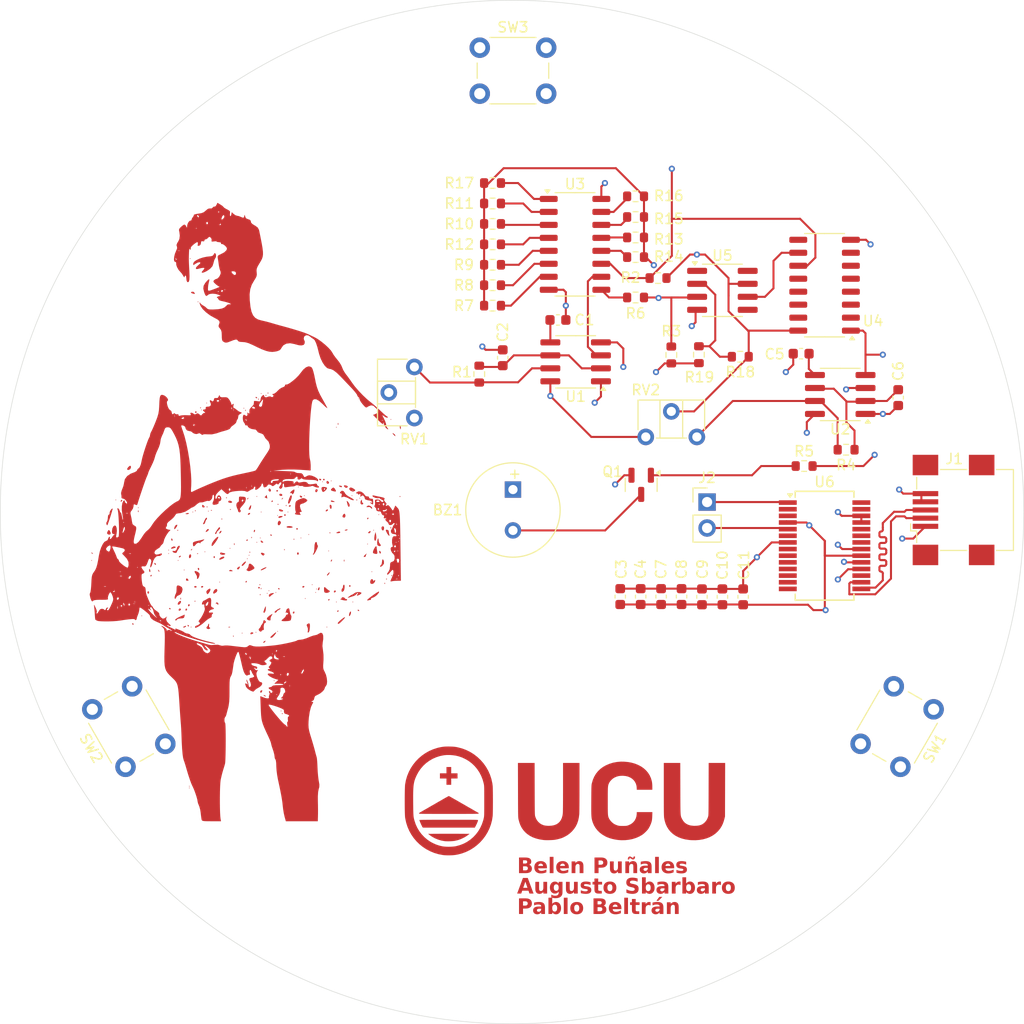
<source format=kicad_pcb>
(kicad_pcb (version 20241229) (generator "pcbnew") (generator_version "9.0")
  (layers (0 "F.Cu" signal "signal1") (4 "In1.Cu" power "grd2") (6 "In2.Cu" power "grd3") (2 "B.Cu" mixed "signal4") (13 "F.Paste" user) (15 "B.Paste" user) (5 "F.SilkS" user "F.Silkscreen") (7 "B.SilkS" user "B.Silkscreen") (1 "F.Mask" user) (3 "B.Mask" user) (25 "Edge.Cuts" user))
  (net 0 "")
  (net 1 "Net-(BZ1--)")
  (net 2 "+5V")
  (net 3 "Net-(U1-CV)")
  (net 4 "GND")
  (net 5 "Net-(U1-THR)")
  (net 6 "Net-(U2-CV)")
  (net 7 "Net-(U2-THR)")
  (net 8 "/USB P")
  (net 9 "/USB N")
  (net 10 "Net-(Q1-B)")
  (net 11 "Net-(U1-DIS)")
  (net 12 "/reset")
  (net 13 "Net-(U5-+)")
  (net 14 "Net-(U2-DIS)")
  (net 15 "Net-(U2-Q)")
  (net 16 "Net-(U3-Q0)")
  (net 17 "Net-(U3-Q1)")
  (net 18 "Net-(U3-Q2)")
  (net 19 "Net-(U3-Q3)")
  (net 20 "Net-(U3-Q4)")
  (net 21 "Net-(U3-Q5)")
  (net 22 "Net-(U3-Q6)")
  (net 23 "Net-(U3-Q7)")
  (net 24 "Net-(U3-Q8)")
  (net 25 "Net-(U3-Q9)")
  (net 26 "Net-(U3-Q10)")
  (net 27 "Net-(U3-Q11)")
  (net 28 "Net-(U5--)")
  (net 29 "Net-(SW1-B)")
  (net 30 "/clock")
  (net 31 "/alarm")
  (net 40 "Net-(U4-CLK)")
  (net 61 "Net-(J2-Pin_2)")
  (net 62 "Net-(J2-Pin_1)")
  (footprint "Capacitor_SMD:C_0603_1608Metric" (layer "F.Cu") (at 172.53 108.5 90)
    (property "Reference" "C11")
    (property "Value" "100n")
  )
  (footprint "Capacitor_SMD:C_0603_1608Metric" (layer "F.Cu") (at 168.5 108.5 90)
    (property "Reference" "C9")
    (property "Value" "100n")
  )
  (footprint "Package_SO:SOIC-8_3.9x4.9mm_P1.27mm" (layer "F.Cu") (at 156.135 85.5 180)
    (property "Reference" "U1")
    (property "Value" "NE555D")
  )
  (footprint "Resistor_SMD:R_0603_1608Metric" (layer "F.Cu") (at 148 76 180)
    (property "Reference" "R9")
    (property "Value" "100k")
  )
  (footprint "Package_TO_SOT_SMD:SOT-23" (layer "F.Cu") (at 162.55 97.5375 -90)
    (property "Reference" "Q1")
    (property "Value" "MMBT3904")
  )
  (footprint "Resistor_SMD:R_0603_1608Metric" (layer "F.Cu") (at 178.5 95.7 180)
    (property "Reference" "R5")
    (property "Value" "470")
  )
  (footprint "Resistor_SMD:R_0603_1608Metric" (layer "F.Cu") (at 168.2 84.8 -90)
    (property "Reference" "R19")
    (property "Value" "8k2")
  )
  (footprint "Resistor_SMD:R_0603_1608Metric" (layer "F.Cu") (at 172.25 85 180)
    (property "Reference" "R18")
    (property "Value" "1k")
  )
  (footprint "Resistor_SMD:R_0603_1608Metric" (layer "F.Cu") (at 146.7 86.7 90)
    (property "Reference" "R1")
    (property "Value" "1k")
  )
  (footprint "Resistor_SMD:R_0603_1608Metric" (layer "F.Cu") (at 162 73.325)
    (property "Reference" "R13")
    (property "Value" "100k")
  )
  (footprint "Capacitor_SMD:C_0603_1608Metric" (layer "F.Cu") (at 154.4 81.4)
    (property "Reference" "C1")
    (property "Value" "10n")
  )
  (footprint "Capacitor_SMD:C_0603_1608Metric" (layer "F.Cu") (at 160.5 108.475 90)
    (property "Reference" "C3")
    (property "Value" "100n")
  )
  (footprint "Package_SO:SOIC-8_3.9x4.9mm_P1.27mm" (layer "F.Cu") (at 182.032499 88.695 180)
    (property "Reference" "U2")
    (property "Value" "NE555D")
  )
  (footprint "Potentiometer_THT:Potentiometer_ACP_CA6-H2,5_Horizontal" (layer "F.Cu") (at 163 92.85 90)
    (property "Reference" "RV2")
    (property "Value" "50k")
  )
  (footprint "Capacitor_SMD:C_0603_1608Metric" (layer "F.Cu") (at 178.207499 84.7 180)
    (property "Reference" "C5")
    (property "Value" "10n")
  )
  (footprint "Package_SO:SO-16_3.9x9.9mm_P1.27mm" (layer "F.Cu") (at 180.5 78 180)
    (property "Reference" "U4")
    (property "Value" "4040")
  )
  (footprint "Resistor_SMD:R_0603_1608Metric" (layer "F.Cu") (at 162 79.2)
    (property "Reference" "R6")
    (property "Value" "100k")
  )
  (footprint "Capacitor_SMD:C_0603_1608Metric" (layer "F.Cu") (at 170.5 108.5 90)
    (property "Reference" "C10")
    (property "Value" "100n")
  )
  (footprint "Resistor_SMD:R_0603_1608Metric" (layer "F.Cu") (at 162 71.325)
    (property "Reference" "R15")
    (property "Value" "100k")
  )
  (footprint "Button_Switch_THT:SW_PUSH_6mm_H9.5mm" (layer "F.Cu") (at 146.75 54.75)
    (property "Reference" "SW3")
    (property "Value" "SW_SPST")
  )
  (footprint "Package_SO:SO-16_3.9x9.9mm_P1.27mm" (layer "F.Cu") (at 156.075 74)
    (property "Reference" "U3")
    (property "Value" "4040")
  )
  (footprint "Resistor_SMD:R_0603_1608Metric" (layer "F.Cu") (at 148 68 180)
    (property "Reference" "R17")
    (property "Value" "100k")
  )
  (footprint "Package_SO:SSOP-28_5.3x10.2mm_P0.65mm" (layer "F.Cu") (at 180.5 103.5)
    (property "Reference" "U6")
    (property "Value" "FT232RL")
  )
  (footprint "Resistor_SMD:R_0603_1608Metric" (layer "F.Cu") (at 148 72 180)
    (property "Reference" "R10")
    (property "Value" "100k")
  )
  (footprint "Capacitor_SMD:C_0603_1608Metric" (layer "F.Cu") (at 149 85.1 90)
    (property "Reference" "C2")
    (property "Value" "10n")
  )
  (footprint "Connector_PinHeader_2.54mm:PinHeader_1x02_P2.54mm_Vertical" (layer "F.Cu") (at 169 99.225)
    (property "Reference" "J2")
    (property "Value" "UART")
  )
  (footprint "Capacitor_SMD:C_0603_1608Metric" (layer "F.Cu") (at 162.5 108.475 90)
    (property "Reference" "C4")
    (property "Value" "100n")
  )
  (footprint "Capacitor_SMD:C_0603_1608Metric" (layer "F.Cu") (at 166.5 108.475 90)
    (property "Reference" "C8")
    (property "Value" "100n")
  )
  (footprint "Resistor_SMD:R_0603_1608Metric" (layer "F.Cu") (at 162 69.3)
    (property "Reference" "R16")
    (property "Value" "100k")
  )
  (footprint "Capacitor_SMD:C_0603_1608Metric" (layer "F.Cu") (at 164.5 108.475 90)
    (property "Reference" "C7")
    (property "Value" "100n")
  )
  (footprint "Resistor_SMD:R_0603_1608Metric" (layer "F.Cu") (at 164.2 77.3 180)
    (property "Reference" "R2")
    (property "Value" "100k")
  )
  (footprint "Connector_USB:USB_Mini-B_Wuerth_65100516121_Horizontal" (layer "F.Cu") (at 192.975 100 90)
    (property "Reference" "J1")
    (property "Value" "USB_B")
  )
  (footprint "Potentiometer_THT:Potentiometer_ACP_CA6-H2,5_Horizontal" (layer "F.Cu") (at 140.35 91 180)
    (property "Reference" "RV1")
    (property "Value" "10k")
  )
  (footprint "Capacitor_SMD:C_0603_1608Metric" (layer "F.Cu") (at 187.707499 89 -90)
    (property "Reference" "C6")
    (property "Value" "10n")
  )
  (footprint "Button_Switch_THT:SW_PUSH_6mm_H9.5mm" (layer "F.Cu") (at 191.173558 119.510418 -120)
    (property "Reference" "SW1")
    (property "Value" "SW_SPST")
  )
  (footprint "Resistor_SMD:R_0603_1608Metric" (layer "F.Cu") (at 148 80 180)
    (property "Reference" "R7")
    (property "Value" "100k")
  )
  (footprint "Button_Switch_THT:SW_PUSH_6mm_H9.5mm" (layer "F.Cu") (at 112.076443 125.139583 120)
    (property "Reference" "SW2")
    (property "Value" "SW_SPST")
  )
  (footprint "Resistor_SMD:R_0603_1608Metric" (layer "F.Cu") (at 148 74 180)
    (property "Reference" "R12")
    (property "Value" "100k")
  )
  (footprint "Package_SO:SOIC-8_3.9x4.9mm_P1.27mm" (layer "F.Cu") (at 170.5 78.5)
    (property "Reference" "U5")
    (property "Value" "LM741")
  )
  (footprint "Buzzer_Beeper:MagneticBuzzer_PUI_AT-0927-TT-6-R" (layer "F.Cu") (at 150 98 -90)
    (property "Reference" "BZ1")
    (property "Value" "Buzzer")
  )
  (footprint "Resistor_SMD:R_0603_1608Metric" (layer "F.Cu") (at 148 78 180)
    (property "Reference" "R8")
    (property "Value" "100k")
  )
  (footprint "Resistor_SMD:R_0603_1608Metric" (layer "F.Cu") (at 148 70 180)
    (property "Reference" "R11")
    (property "Value" "100k")
  )
  (footprint "Resistor_SMD:R_0603_1608Metric" (layer "F.Cu") (at 165.5 84.825 -90)
    (property "Reference" "R3")
    (property "Value" "100k")
  )
  (footprint "Resistor_SMD:R_0603_1608Metric" (layer "F.Cu") (at 182.607499 94.1)
    (property "Reference" "R4")
    (property "Value" "1k")
  )
  (footprint "Resistor_SMD:R_0603_1608Metric" (layer "F.Cu") (at 162 75.25)
    (property "Reference" "R14")
    (property "Value" "100k")
  )
  (footprint "footprints:paella" (layer "F.Cu") (at 123.362759 99.351927)
    (property "Reference" "G***" (hide yes))
    (property "Value" "LOGO" (hide yes))
  )
  (footprint "footprints:ucu_logo" (layer "F.Cu") (at 155 128.4)
    (property "Reference" "G***" (hide yes))
    (property "Value" "LOGO" (hide yes))
  )
  (gr_circle (center 149.908084 100.2) (end 121.708084 58.8) (stroke (width 0.05)) (fill no) (layer "Edge.Cuts"))
  (gr_text "Augusto Sbarbaro" (at 150.4 137.8 0) (layer "F.Cu") (effects (font (size 1.5 1.5) (thickness 0.3) (bold yes)) (justify left bottom)))
  (gr_text "Pablo Beltrán" (at 150.4 139.8 0) (layer "F.Cu") (effects (font (size 1.5 1.5) (thickness 0.3) (bold yes)) (justify left bottom)))
  (gr_text "Belen Puñales" (at 150.4 135.8 0) (layer "F.Cu") (effects (font (size 1.5 1.5) (thickness 0.3) (bold yes)) (justify left bottom)))
  (segment (start 159.025 102) (end 150 102) (width 0.2) (layer "F.Cu") (net 1))
  (segment (start 162.55 98.475) (end 159.025 102) (width 0.2) (layer "F.Cu") (net 1))
  (segment (start 180.525 103.025) (end 179 101.5) (width 0.2) (layer "F.Cu") (net 2))
  (segment (start 180.525 103.025) (end 180.525 109.725) (width 0.2) (layer "F.Cu") (net 2))
  (segment (start 178.725 101.225) (end 179 101.5) (width 0.2) (layer "F.Cu") (net 2))
  (segment (start 158.65 68.35) (end 159 68) (width 0.2) (layer "F.Cu") (net 2))
  (segment (start 157.67 92.85) (end 163 92.85) (width 0.2) (layer "F.Cu") (net 2))
  (segment (start 153.66 88.84) (end 157.67 92.85) (width 0.2) (layer "F.Cu") (net 2))
  (segment (start 180.525 109.725) (end 180.6 109.8) (width 0.2) (layer "F.Cu") (net 2))
  (segment (start 188.1 102.8) (end 189.175 102.8) (width 0.2) (layer "F.Cu") (net 2))
  (segment (start 189.175 102.8) (end 190.375 101.6) (width 0.2) (layer "F.Cu") (net 2))
  (segment (start 165.025 77.3) (end 167.325 75) (width 0.2) (layer "F.Cu") (net 2))
  (segment (start 172.505 109.25) (end 172.53 109.275) (width 0.2) (layer "F.Cu") (net 2))
  (segment (start 178.7625 91.394999) (end 178.7625 92.4375) (width 0.2) (layer "F.Cu") (net 2))
  (segment (start 176.9 101.225) (end 176.776 101.101) (width 0.2) (layer "F.Cu") (net 2))
  (segment (start 179.357499 90.4) (end 179.557499 90.6) (width 0.2) (layer "F.Cu") (net 2))
  (segment (start 171.1 79.065001) (end 171.1 79) (width 0.2) (layer "F.Cu") (net 2))
  (segment (start 160.5 109.25) (end 172.505 109.25) (width 0.2) (layer "F.Cu") (net 2))
  (segment (start 180.525 104.475) (end 180.525 103.025) (width 0.2) (layer "F.Cu") (net 2))
  (segment (start 184.1 104.475) (end 180.525 104.475) (width 0.2) (layer "F.Cu") (net 2))
  (segment (start 179.4 109.8) (end 178.875 109.275) (width 0.2) (layer "F.Cu") (net 2))
  (segment (start 171.1 79) (end 171.1 80.545) (width 0.2) (layer "F.Cu") (net 2))
  (segment (start 171.1 77.3) (end 171.1 79.065001) (width 0.2) (layer "F.Cu") (net 2))
  (segment (start 167.325 75) (end 168.8 75) (width 0.2) (layer "F.Cu") (net 2))
  (segment (start 173 82.445) (end 177.925 82.445) (width 0.2) (layer "F.Cu") (net 2))
  (segment (start 180.6 109.8) (end 179.4 109.8) (width 0.2) (layer "F.Cu") (net 2))
  (segment (start 179.557499 90.6) (end 178.7625 91.394999) (width 0.2) (layer "F.Cu") (net 2))
  (segment (start 173.125 77.865) (end 171.1 77.865) (width 0.2) (layer "F.Cu") (net 2))
  (segment (start 173.075 82.52) (end 173.075 85) (width 0.2) (layer "F.Cu") (net 2))
  (segment (start 173.075 85) (end 167.725 90.35) (width 0.2) (layer "F.Cu") (net 2))
  (segment (start 153.66 87.405) (end 153.66 88.84) (width 0.2) (layer "F.Cu") (net 2))
  (segment (start 171.1 80.545) (end 173 82.445) (width 0.2) (layer "F.Cu") (net 2))
  (segment (start 173.075 82.52) (end 173 82.445) (width 0.2) (layer "F.Cu") (net 2))
  (segment (start 176.9 101.225) (end 178.725 101.225) (width 0.2) (layer "F.Cu") (net 2))
  (segment (start 158.65 69.555) (end 158.65 68.35) (width 0.2) (layer "F.Cu") (net 2))
  (segment (start 168.8 75) (end 171.1 77.3) (width 0.2) (layer "F.Cu") (net 2))
  (segment (start 178.875 109.275) (end 172.53 109.275) (width 0.2) (layer "F.Cu") (net 2))
  (segment (start 167.725 90.35) (end 165.5 90.35) (width 0.2) (layer "F.Cu") (net 2))
  (segment (start 171.1 77.865) (end 171.1 79) (width 0.2) (layer "F.Cu") (net 2))
  (segment (start 162.9 92.75) (end 163 92.85) (width 0.2) (layer "F.Cu") (net 2))
  (via (at 188.1 102.8) (size 0.6) (drill 0.3) (layers "F.Cu" "B.Cu") (net 2))
  (via (at 178.7625 92.4375) (size 0.6) (drill 0.3) (layers "F.Cu" "B.Cu") (net 2))
  (via (at 153.66 88.84) (size 0.6) (drill 0.3) (layers "F.Cu" "B.Cu") (net 2))
  (via (at 180.6 109.8) (size 0.6) (drill 0.3) (layers "F.Cu" "B.Cu") (net 2))
  (via (at 179 101.5) (size 0.6) (drill 0.3) (layers "F.Cu" "B.Cu") (net 2))
  (via (at 159 68) (size 0.6) (drill 0.3) (layers "F.Cu" "B.Cu") (net 2))
  (via (at 168 75) (size 0.6) (drill 0.3) (layers "F.Cu" "B.Cu") (net 2))
  (segment (start 153.66 81.535) (end 153.525 81.4) (width 0.2) (layer "F.Cu") (net 3))
  (segment (start 153.66 83.595) (end 153.66 81.535) (width 0.2) (layer "F.Cu") (net 3))
  (segment (start 160.15 107.7) (end 162.15 107.7) (width 0.2) (layer "F.Cu") (net 4))
  (segment (start 175.325 103.175) (end 176.9 103.175) (width 0.2) (layer "F.Cu") (net 4))
  (segment (start 167.875 81.625) (end 167.5 82) (width 0.2) (layer "F.Cu") (net 4))
  (segment (start 177.432499 84.7) (end 177.432499 85.775) (width 0.2) (layer "F.Cu") (net 4))
  (segment (start 184.075 105.8) (end 184.1 105.775) (width 0.2) (layer "F.Cu") (net 4))
  (segment (start 168.175 85.65) (end 168.2 85.625) (width 0.2) (layer "F.Cu") (net 4))
  (segment (start 149 84.325) (end 147.325 84.325) (width 0.2) (layer "F.Cu") (net 4))
  (segment (start 160.9 96.6) (end 160 97.5) (width 0.2) (layer "F.Cu") (net 4))
  (segment (start 158.61 88.89) (end 158.61 87.405) (width 0.2) (layer "F.Cu") (net 4))
  (segment (start 165.5 85.65) (end 164.85 85.65) (width 0.2) (layer "F.Cu") (net 4))
  (segment (start 172.53 107.725) (end 172.53 105.97) (width 0.2) (layer "F.Cu") (net 4))
  (segment (start 155.175 80) (end 155.175 78.675) (width 0.2) (layer "F.Cu") (net 4))
  (segment (start 184.1 100.575) (end 182.175 100.575) (width 0.2) (layer "F.Cu") (net 4))
  (segment (start 172.53 105.97) (end 173.875 104.625) (width 0.2) (layer "F.Cu") (net 4))
  (segment (start 154.945 78.445) (end 153.5 78.445) (width 0.2) (layer "F.Cu") (net 4))
  (segment (start 188.2 98.4) (end 187.8 98) (width 0.2) (layer "F.Cu") (net 4))
  (segment (start 184.1 103.825) (end 182.225 103.825) (width 0.2) (layer "F.Cu") (net 4))
  (segment (start 181.8 106.8) (end 182.8 105.8) (width 0.2) (layer "F.Cu") (net 4))
  (segment (start 184.555 73.555) (end 185 74) (width 0.2) (layer "F.Cu") (net 4))
  (segment (start 165.5 85.65) (end 168.175 85.65) (width 0.2) (layer "F.Cu") (net 4))
  (segment (start 167.875 80.405) (end 167.875 81.625) (width 0.2) (layer "F.Cu") (net 4))
  (segment (start 189.975 98.4) (end 189.975 99.2) (width 0.2) (layer "F.Cu") (net 4))
  (segment (start 182.8 105.8) (end 184.075 105.8) (width 0.2) (layer "F.Cu") (net 4))
  (segment (start 168.225 107.7) (end 168.25 107.725) (width 0.2) (layer "F.Cu") (net 4))
  (segment (start 155.175 78.675) (end 154.945 78.445) (width 0.2) (layer "F.Cu") (net 4))
  (segment (start 158 89.5) (end 158.61 88.89) (width 0.2) (layer "F.Cu") (net 4))
  (segment (start 184.1 100.575) (end 184.1 101.225) (width 0.2) (layer "F.Cu") (net 4))
  (segment (start 173.875 104.625) (end 175.325 103.175) (width 0.2) (layer "F.Cu") (net 4))
  (segment (start 182.225 103.825) (end 181.8 103.4) (width 0.2) (layer "F.Cu") (net 4))
  (segment (start 186.207499 90.6) (end 186.882499 90.6) (width 0.2) (layer "F.Cu") (net 4))
  (segment (start 155.175 81.4) (end 155.175 80) (width 0.2) (layer "F.Cu") (net 4))
  (segment (start 189.975 98.4) (end 188.2 98.4) (width 0.2) (layer "F.Cu") (net 4))
  (segment (start 166.35 107.7) (end 168.225 107.7) (width 0.2) (layer "F.Cu") (net 4))
  (segment (start 186.882499 90.6) (end 187.707499 89.775) (width 0.2) (layer "F.Cu") (net 4))
  (segment (start 183.075 73.555) (end 184.555 73.555) (width 0.2) (layer "F.Cu") (net 4))
  (segment (start 147.325 84.325) (end 147 84) (width 0.2) (layer "F.Cu") (net 4))
  (segment (start 162.15 107.7) (end 164.25 107.7) (width 0.2) (layer "F.Cu") (net 4))
  (segment (start 164.85 85.65) (end 164 86.5) (width 0.2) (layer "F.Cu") (net 4))
  (segment (start 182.175 100.575) (end 181.8 100.2) (width 0.2) (layer "F.Cu") (net 4))
  (segment (start 170.6 107.725) (end 172.53 107.725) (width 0.2) (layer "F.Cu") (net 4))
  (segment (start 161.6 96.6) (end 160.9 96.6) (width 0.2) (layer "F.Cu") (net 4))
  (segment (start 168.35 107.725) (end 170.25 107.725) (width 0.2) (layer "F.Cu") (net 4))
  (segment (start 184.507499 90.6) (end 186.207499 90.6) (width 0.2) (layer "F.Cu") (net 4))
  (segment (start 177.432499 85.775) (end 176.707499 86.5) (width 0.2) (layer "F.Cu") (net 4))
  (segment (start 164.25 107.7) (end 166.25 107.7) (width 0.2) (layer "F.Cu") (net 4))
  (via (at 147 84) (size 0.6) (drill 0.3) (layers "F.Cu" "B.Cu") (net 4))
  (via (at 176.707499 86.5) (size 0.6) (drill 0.3) (layers "F.Cu" "B.Cu") (net 4))
  (via (at 181.8 100.2) (size 0.6) (drill 0.3) (layers "F.Cu" "B.Cu") (net 4))
  (via (at 155.175 80) (size 0.6) (drill 0.3) (layers "F.Cu" "B.Cu") (net 4))
  (via (at 187.8 98) (size 0.6) (drill 0.3) (layers "F.Cu" "B.Cu") (net 4))
  (via (at 158 89.5) (size 0.6) (drill 0.3) (layers "F.Cu" "B.Cu") (net 4))
  (via (at 160 97.5) (size 0.6) (drill 0.3) (layers "F.Cu" "B.Cu") (net 4))
  (via (at 173.875 104.625) (size 0.6) (drill 0.3) (layers "F.Cu" "B.Cu") (net 4))
  (via (at 185 74) (size 0.6) (drill 0.3) (layers "F.Cu" "B.Cu") (net 4))
  (via (at 186.207499 90.6) (size 0.6) (drill 0.3) (layers "F.Cu" "B.Cu") (net 4))
  (via (at 181.8 103.4) (size 0.6) (drill 0.3) (layers "F.Cu" "B.Cu") (net 4))
  (via (at 167.5 82) (size 0.6) (drill 0.3) (layers "F.Cu" "B.Cu") (net 4))
  (via (at 164 86.5) (size 0.6) (drill 0.3) (layers "F.Cu" "B.Cu") (net 4))
  (via (at 181.8 106.8) (size 0.6) (drill 0.3) (layers "F.Cu" "B.Cu") (net 4))
  (segment (start 153.66 84.865) (end 150.085 84.865) (width 0.2) (layer "F.Cu") (net 5))
  (segment (start 155.465 84.865) (end 156.735 86.135) (width 0.2) (layer "F.Cu") (net 5))
  (segment (start 153.66 84.865) (end 155.465 84.865) (width 0.2) (layer "F.Cu") (net 5))
  (segment (start 156.735 86.135) (end 158.61 86.135) (width 0.2) (layer "F.Cu") (net 5))
  (segment (start 146.65 86) (end 148.95 86) (width 0.2) (layer "F.Cu") (net 5))
  (segment (start 150.085 84.865) (end 148.95 86) (width 0.2) (layer "F.Cu") (net 5))
  (segment (start 178.957499 86.19) (end 179.557499 86.79) (width 0.2) (layer "F.Cu") (net 6))
  (segment (start 178.957499 84.7) (end 178.957499 86.19) (width 0.2) (layer "F.Cu") (net 6))
  (segment (start 183.7325 89.4) (end 182.67 89.4) (width 0.2) (layer "F.Cu") (net 7))
  (segment (start 182.67 89.4) (end 182.635 89.365) (width 0.2) (layer "F.Cu") (net 7))
  (segment (start 184.707499 89.4) (end 183.7325 89.4) (width 0.2) (layer "F.Cu") (net 7))
  (segment (start 182.635 91.435) (end 182.635 89.365) (width 0.2) (layer "F.Cu") (net 7))
  (segment (start 184.507499 89.33) (end 186.602499 89.33) (width 0.2) (layer "F.Cu") (net 7))
  (segment (start 183.432499 94.1) (end 183.432499 92.232499) (width 0.2) (layer "F.Cu") (net 7))
  (segment (start 182.635 89.365) (end 181.4 88.13) (width 0.2) (layer "F.Cu") (net 7))
  (segment (start 183.432499 92.232499) (end 182.635 91.435) (width 0.2) (layer "F.Cu") (net 7))
  (segment (start 186.602499 89.33) (end 187.707499 88.225) (width 0.2) (layer "F.Cu") (net 7))
  (segment (start 181.4 88.13) (end 179.757499 88.13) (width 0.2) (layer "F.Cu") (net 7))
  (segment (start 186.20076 103.225) (end 186.368087 103.225) (width 0.2) (layer "F.Cu") (net 8))
  (segment (start 186.368087 102.665) (end 186.20076 102.665) (width 0.2) (layer "F.Cu") (net 8))
  (segment (start 186.20076 104.345) (end 186.368087 104.345) (width 0.2) (layer "F.Cu") (net 8))
  (segment (start 186.368087 104.905) (end 186.20076 104.905) (width 0.2) (layer "F.Cu") (net 8))
  (segment (start 188.324999 100.175) (end 188.499999 100) (width 0.2) (layer "F.Cu") (net 8))
  (segment (start 184.1 107.601) (end 185.480802 107.601) (width 0.2) (layer "F.Cu") (net 8))
  (segment (start 184.2 107.7) (end 184.175 107.725) (width 0.2) (layer "F.Cu") (net 8))
  (segment (start 185.868542 105.867782) (end 185.868542 105.631109) (width 0.2) (layer "F.Cu") (net 8))
  (segment (start 185.480802 107.601) (end 186.20076 106.881042) (width 0.2) (layer "F.Cu") (net 8))
  (segment (start 186.033446 103.225) (end 186.20076 103.225) (width 0.2) (layer "F.Cu") (net 8))
  (segment (start 186.20076 106.881042) (end 186.20076 106.2) (width 0.2) (layer "F.Cu") (net 8))
  (segment (start 186.20076 101.72) (end 186.20076 101.4) (width 0.2) (layer "F.Cu") (net 8))
  (segment (start 187.306802 100.175) (end 188.324999 100.175) (width 0.2) (layer "F.Cu") (net 8))
  (segment (start 184.1 107.725) (end 184.1 107.601) (width 0.2) (layer "F.Cu") (net 8))
  (segment (start 186.20076 105.465) (end 186.368087 105.465) (width 0.2) (layer "F.Cu") (net 8))
  (segment (start 186.535414 105.297673) (end 186.535414 105.072327) (width 0.2) (layer "F.Cu") (net 8))
  (segment (start 186.20076 101.9389) (end 186.20076 101.72) (width 0.2) (layer "F.Cu") (net 8))
  (segment (start 186.535414 104.177673) (end 186.535414 103.952327) (width 0.2) (layer "F.Cu") (net 8))
  (segment (start 186.033442 104.345) (end 186.20076 104.345) (width 0.2) (layer "F.Cu") (net 8))
  (segment (start 186.034651 105.465) (end 186.20076 105.465) (width 0.2) (layer "F.Cu") (net 8))
  (segment (start 185.866133 103.617687) (end 185.866133 103.392313) (width 0.2) (layer "F.Cu") (net 8))
  (segment (start 186.20076 101.4) (end 186.20076 101.281042) (width 0.2) (layer "F.Cu") (net 8))
  (segment (start 185.86856 102.4989) (end 185.86856 102.2711) (width 0.2) (layer "F.Cu") (net 8))
  (segment (start 184.175 107.725) (end 184.1 107.725) (width 0.2) (layer "F.Cu") (net 8))
  (segment (start 186.20076 104.905) (end 186.033442 104.905) (width 0.2) (layer "F.Cu") (net 8))
  (segment (start 186.20076 103.785) (end 186.033446 103.785) (width 0.2) (layer "F.Cu") (net 8))
  (segment (start 186.368087 103.785) (end 186.20076 103.785) (width 0.2) (layer "F.Cu") (net 8))
  (segment (start 186.535414 103.057673) (end 186.535414 102.832327) (width 0.2) (layer "F.Cu") (net 8))
  (segment (start 188.499999 100) (end 190.375 100) (width 0.2) (layer "F.Cu") (net 8))
  (segment (start 186.20076 102.665) (end 186.03466 102.665) (width 0.2) (layer "F.Cu") (net 8))
  (segment (start 185.866124 104.737682) (end 185.866124 104.512318) (width 0.2) (layer "F.Cu") (net 8))
  (segment (start 186.20076 101.281042) (end 187.306802 100.175) (width 0.2) (layer "F.Cu") (net 8))
  (arc (start 186.033442 104.905) (mid 185.91513 104.855994) (end 185.866124 104.737682) (width 0.2) (layer "F.Cu") (net 8))
  (arc (start 186.033446 103.785) (mid 185.915138 103.735995) (end 185.866133 103.617687) (width 0.2) (layer "F.Cu") (net 8))
  (arc (start 185.866133 103.392313) (mid 185.915138 103.274005) (end 186.033446 103.225) (width 0.2) (layer "F.Cu") (net 8))
  (arc (start 186.535414 105.072327) (mid 186.486405 104.954009) (end 186.368087 104.905) (width 0.2) (layer "F.Cu") (net 8))
  (arc (start 186.368087 103.225) (mid 186.486405 103.175991) (end 186.535414 103.057673) (width 0.2) (layer "F.Cu") (net 8))
  (arc (start 185.86856 102.2711) (mid 185.91721 102.15365) (end 186.03466 102.105) (width 0.2) (layer "F.Cu") (net 8))
  (arc (start 186.20076 106.2) (mid 186.152108 106.082543) (end 186.034651 106.033891) (width 0.2) (layer "F.Cu") (net 8))
  (arc (start 186.03466 102.105) (mid 186.15211 102.05635) (end 186.20076 101.9389) (width 0.2) (layer "F.Cu") (net 8))
  (arc (start 186.03466 102.665) (mid 185.91721 102.61635) (end 185.86856 102.4989) (width 0.2) (layer "F.Cu") (net 8))
  (arc (start 186.535414 102.832327) (mid 186.486405 102.714009) (end 186.368087 102.665) (width 0.2) (layer "F.Cu") (net 8))
  (arc (start 186.535414 103.952327) (mid 186.486405 103.834009) (end 186.368087 103.785) (width 0.2) (layer "F.Cu") (net 8))
  (arc (start 186.034651 106.033891) (mid 185.917194 105.985239) (end 185.868542 105.867782) (width 0.2) (layer "F.Cu") (net 8))
  (arc (start 185.868542 105.631109) (mid 185.917194 105.513652) (end 186.034651 105.465) (width 0.2) (layer "F.Cu") (net 8))
  (arc (start 185.866124 104.512318) (mid 185.91513 104.394006) (end 186.033442 104.345) (width 0.2) (layer "F.Cu") (net 8))
  (arc (start 186.368087 105.465) (mid 186.486405 105.415991) (end 186.535414 105.297673) (width 0.2) (layer "F.Cu") (net 8))
  (arc (start 186.368087 104.345) (mid 186.486405 104.295991) (end 186.535414 104.177673) (width 0.2) (layer "F.Cu") (net 8))
  (segment (start 187 101.118198) (end 187.493198 100.625) (width 0.2) (layer "F.Cu") (net 9))
  (segment (start 188.499999 100.8) (end 190.375 100.8) (width 0.2) (layer "F.Cu") (net 9))
  (segment (start 182.924 107.199) (end 182.924 108.251) (width 0.2) (layer "F.Cu") (net 9))
  (segment (start 183.048 107.075) (end 182.924 107.199) (width 0.2) (layer "F.Cu") (net 9))
  (segment (start 187.493198 100.625) (end 188.324999 100.625) (width 0.2) (layer "F.Cu") (net 9))
  (segment (start 187 103.875705) (end 187 103.8304) (width 0.2) (layer "F.Cu") (net 9))
  (segment (start 187 106.718198) (end 187 103.875705) (width 0.2) (layer "F.Cu") (net 9))
  (segment (start 188.324999 100.625) (end 188.499999 100.8) (width 0.2) (layer "F.Cu") (net 9))
  (segment (start 184.1 107.075) (end 183.048 107.075) (width 0.2) (layer "F.Cu") (net 9))
  (segment (start 185.467198 108.251) (end 187 106.718198) (width 0.2) (layer "F.Cu") (net 9))
  (segment (start 187 103.8304) (end 187 101.118198) (width 0.2) (layer "F.Cu") (net 9))
  (segment (start 182.924 108.251) (end 185.467198 108.251) (width 0.2) (layer "F.Cu") (net 9))
  (segment (start 173.4 96.6) (end 163.5 96.6) (width 0.2) (layer "F.Cu") (net 10))
  (segment (start 177.675 95.7) (end 174.3 95.7) (width 0.2) (layer "F.Cu") (net 10))
  (segment (start 174.3 95.7) (end 173.4 96.6) (width 0.2) (layer "F.Cu") (net 10))
  (segment (start 151.865 86.135) (end 153.66 86.135) (width 0.2) (layer "F.Cu") (net 11))
  (segment (start 146.7 87.525) (end 146.725 87.5) (width 0.2) (layer "F.Cu") (net 11))
  (segment (start 146.725 87.5) (end 150.5 87.5) (width 0.2) (layer "F.Cu") (net 11))
  (segment (start 141.875 87.525) (end 140.35 86) (width 0.2) (layer "F.Cu") (net 11))
  (segment (start 150.5 87.5) (end 151.865 86.135) (width 0.2) (layer "F.Cu") (net 11))
  (segment (start 146.7 87.525) (end 141.875 87.525) (width 0.2) (layer "F.Cu") (net 11))
  (segment (start 179.6 75.294999) (end 179.6 73) (width 0.2) (layer "F.Cu") (net 12))
  (segment (start 163.375 77.2125) (end 163.375 77.3) (width 0.2) (layer "F.Cu") (net 12))
  (segment (start 163.375 77.3) (end 165.55 75.125) (width 0.2) (layer "F.Cu") (net 12))
  (segment (start 160.919999 77.3) (end 163.375 77.3) (width 0.2) (layer "F.Cu") (net 12))
  (segment (start 178.799999 76.095) (end 179.6 75.294999) (width 0.2) (layer "F.Cu") (net 12))
  (segment (start 165.55 75.125) (end 165.55 71.5) (width 0.2) (layer "F.Cu") (net 12))
  (segment (start 178.1 71.5) (end 165.55 71.5) (width 0.2) (layer "F.Cu") (net 12))
  (segment (start 177.925 76.095) (end 178.799999 76.095) (width 0.2) (layer "F.Cu") (net 12))
  (segment (start 165.55 71.5) (end 165.55 66.6) (width 0.2) (layer "F.Cu") (net 12))
  (segment (start 179.6 73) (end 178.1 71.5) (width 0.2) (layer "F.Cu") (net 12))
  (segment (start 158.65 75.905) (end 159.524999 75.905) (width 0.2) (layer "F.Cu") (net 12))
  (segment (start 159.524999 75.905) (end 160.919999 77.3) (width 0.2) (layer "F.Cu") (net 12))
  (via (at 165.55 66.6) (size 0.6) (drill 0.3) (layers "F.Cu" "B.Cu") (net 12))
  (segment (start 167.81 79.2) (end 167.875 79.135) (width 0.2) (layer "F.Cu") (net 13))
  (segment (start 162.825 71.325) (end 162.825 73.15) (width 0.2) (layer "F.Cu") (net 13))
  (segment (start 162.825 69.325) (end 162.825 71.325) (width 0.2) (layer "F.Cu") (net 13))
  (segment (start 162.575 73.575) (end 162.825 73.325) (width 0.2) (layer "F.Cu") (net 13))
  (segment (start 160.074 66.549) (end 149.086936 66.549) (width 0.2) (layer "F.Cu") (net 13))
  (segment (start 149.086936 66.549) (end 147.175 68.460936) (width 0.2) (layer "F.Cu") (net 13))
  (segment (start 162.825 75.25) (end 162.825 73.325) (width 0.2) (layer "F.Cu") (net 13))
  (segment (start 147.175 68.460936) (end 147.175 80) (width 0.2) (layer "F.Cu") (net 13))
  (segment (start 165.5 79.2) (end 166.2 79.2) (width 0.2) (layer "F.Cu") (net 13))
  (segment (start 162.825 75.3) (end 162.624 75.501) (width 0.2) (layer "F.Cu") (net 13))
  (segment (start 164.2 79.2) (end 162.825 79.2) (width 0.2) (layer "F.Cu") (net 13))
  (segment (start 166.2 79.2) (end 167.81 79.2) (width 0.2) (layer "F.Cu") (net 13))
  (segment (start 162.825 69.3) (end 160.074 66.549) (width 0.2) (layer "F.Cu") (net 13))
  (segment (start 163.788235 76.038235) (end 163 75.25) (width 0.2) (layer "F.Cu") (net 13))
  (segment (start 162.825 73.15) (end 162.65 73.325) (width 0.2) (layer "F.Cu") (net 13))
  (segment (start 163 75.25) (end 162.825 75.25) (width 0.2) (layer "F.Cu") (net 13))
  (segment (start 164.25 79.25) (end 164.2 79.2) (width 0.2) (layer "F.Cu") (net 13))
  (segment (start 164.3 79.2) (end 166.2 79.2) (width 0.2) (layer "F.Cu") (net 13))
  (segment (start 165.5 84) (end 165.5 79.2) (width 0.2) (layer "F.Cu") (net 13))
  (segment (start 164.25 79.25) (end 164.3 79.2) (width 0.2) (layer "F.Cu") (net 13))
  (via (at 163.788235 76.038235) (size 0.6) (drill 0.3) (layers "F.Cu" "B.Cu") (net 13))
  (via (at 164.25 79.25) (size 0.6) (drill 0.3) (layers "F.Cu" "B.Cu") (net 13))
  (segment (start 171.52 89.33) (end 179.557499 89.33) (width 0.2) (layer "F.Cu") (net 14))
  (segment (start 168 92.85) (end 171.52 89.33) (width 0.2) (layer "F.Cu") (net 14))
  (segment (start 180.169999 89.4) (end 179.757499 89.4) (width 0.2) (layer "F.Cu") (net 14))
  (segment (start 181.782499 94.1) (end 181.782499 91.0125) (width 0.2) (layer "F.Cu") (net 14))
  (segment (start 181.782499 91.0125) (end 180.169999 89.4) (width 0.2) (layer "F.Cu") (net 14))
  (segment (start 179.757499 89.4) (end 179.657499 89.5) (width 0.2) (layer "F.Cu") (net 14))
  (segment (start 184.507499 88.06) (end 182.747499 88.06) (width 0.2) (layer "F.Cu") (net 15))
  (segment (start 182.747499 88.06) (end 182.607499 88.2) (width 0.2) (layer "F.Cu") (net 15))
  (segment (start 185.4 94.6) (end 184.3 95.7) (width 0.2) (layer "F.Cu") (net 15))
  (segment (start 184.3 95.7) (end 179.325 95.7) (width 0.2) (layer "F.Cu") (net 15))
  (via (at 182.607499 88.2) (size 0.6) (drill 0.3) (layers "F.Cu" "B.Cu") (net 15))
  (via (at 185.4 94.6) (size 0.6) (drill 0.3) (layers "F.Cu" "B.Cu") (net 15))
  (segment (start 161.175 79.2) (end 159.405 79.2) (width 0.2) (layer "F.Cu") (net 16))
  (segment (start 159.405 79.2) (end 158.65 78.445) (width 0.2) (layer "F.Cu") (net 16))
  (segment (start 152.625001 77.175) (end 149.800001 80) (width 0.2) (layer "F.Cu") (net 17))
  (segment (start 149.800001 80) (end 148.825 80) (width 0.2) (layer "F.Cu") (net 17))
  (segment (start 153.5 77.175) (end 152.625001 77.175) (width 0.2) (layer "F.Cu") (net 17))
  (segment (start 153.5 75.905) (end 152.095 75.905) (width 0.2) (layer "F.Cu") (net 18))
  (segment (start 152.095 75.905) (end 150 78) (width 0.2) (layer "F.Cu") (net 18))
  (segment (start 150 78) (end 148.825 78) (width 0.2) (layer "F.Cu") (net 18))
  (segment (start 153.5 74.635) (end 151.936798 74.635) (width 0.2) (layer "F.Cu") (net 19))
  (segment (start 151.936798 74.635) (end 150.571798 76) (width 0.2) (layer "F.Cu") (net 19))
  (segment (start 150.571798 76) (end 148.825 76) (width 0.2) (layer "F.Cu") (net 19))
  (segment (start 148.92 72.095) (end 148.825 72) (width 0.2) (layer "F.Cu") (net 20))
  (segment (start 153.5 72.095) (end 148.92 72.095) (width 0.2) (layer "F.Cu") (net 20))
  (segment (start 151 70) (end 148.825 70) (width 0.2) (layer "F.Cu") (net 21))
  (segment (start 151.825 70.825) (end 151 70) (width 0.2) (layer "F.Cu") (net 21))
  (segment (start 153.5 70.825) (end 151.825 70.825) (width 0.2) (layer "F.Cu") (net 21))
  (segment (start 151 74) (end 148.825 74) (width 0.2) (layer "F.Cu") (net 22))
  (segment (start 153.46 73.325) (end 153.5 73.365) (width 0.2) (layer "F.Cu") (net 22))
  (segment (start 151.635 73.365) (end 151 74) (width 0.2) (layer "F.Cu") (net 22))
  (segment (start 153.5 73.365) (end 151.635 73.365) (width 0.2) (layer "F.Cu") (net 22))
  (segment (start 161.175 73.325) (end 158.69 73.325) (width 0.2) (layer "F.Cu") (net 23))
  (segment (start 158.69 73.325) (end 158.65 73.365) (width 0.2) (layer "F.Cu") (net 23))
  (segment (start 160.56 74.635) (end 161.175 75.25) (width 0.2) (layer "F.Cu") (net 24))
  (segment (start 158.65 74.635) (end 160.56 74.635) (width 0.2) (layer "F.Cu") (net 24))
  (segment (start 160.58 72.095) (end 158.65 72.095) (width 0.2) (layer "F.Cu") (net 25))
  (segment (start 161.35 71.325) (end 160.58 72.095) (width 0.2) (layer "F.Cu") (net 25))
  (segment (start 161.35 69.325) (end 159.85 70.825) (width 0.2) (layer "F.Cu") (net 26))
  (segment (start 159.85 70.825) (end 158.65 70.825) (width 0.2) (layer "F.Cu") (net 26))
  (segment (start 153.5 69.555) (end 152.055 69.555) (width 0.2) (layer "F.Cu") (net 27))
  (segment (start 152.055 69.555) (end 150.5 68) (width 0.2) (layer "F.Cu") (net 27))
  (segment (start 150.5 68) (end 148.825 68) (width 0.2) (layer "F.Cu") (net 27))
  (segment (start 167.875 77.865) (end 168.735 77.865) (width 0.2) (layer "F.Cu") (net 28))
  (segment (start 169.8 83.4) (end 169.225 83.975) (width 0.2) (layer "F.Cu") (net 28))
  (segment (start 170.25 85) (end 169.225 83.975) (width 0.2) (layer "F.Cu") (net 28))
  (segment (start 169.225 83.975) (end 168.2 83.975) (width 0.2) (layer "F.Cu") (net 28))
  (segment (start 169.8 78.93) (end 169.8 83.4) (width 0.2) (layer "F.Cu") (net 28))
  (segment (start 168.735 77.865) (end 169.8 78.93) (width 0.2) (layer "F.Cu") (net 28))
  (segment (start 171.425 85) (end 170.25 85) (width 0.2) (layer "F.Cu") (net 28))
  (segment (start 160.195 83.595) (end 160.8 84.2) (width 0.2) (layer "F.Cu") (net 29))
  (segment (start 160.8 84.2) (end 160.8 86) (width 0.2) (layer "F.Cu") (net 29))
  (segment (start 158.61 83.595) (end 160.195 83.595) (width 0.2) (layer "F.Cu") (net 29))
  (via (at 160.8 86) (size 0.6) (drill 0.3) (layers "F.Cu" "B.Cu") (net 29))
  (segment (start 157.334 84.034) (end 158.165 84.865) (width 0.2) (layer "F.Cu") (net 30))
  (segment (start 158.165 84.865) (end 158.61 84.865) (width 0.2) (layer "F.Cu") (net 30))
  (segment (start 157.775001 77.175) (end 157.334 77.616001) (width 0.2) (layer "F.Cu") (net 30))
  (segment (start 157.334 77.616001) (end 157.334 84.034) (width 0.2) (layer "F.Cu") (net 30))
  (segment (start 158.65 77.175) (end 157.775001 77.175) (width 0.2) (layer "F.Cu") (net 30))
  (segment (start 184.507499 86.79) (end 184.507499 84.8) (width 0.2) (layer "F.Cu") (net 31))
  (segment (start 184.507499 84.8) (end 184.507499 82.707499) (width 0.2) (layer "F.Cu") (net 31))
  (segment (start 184.507499 82.707499) (end 184.245 82.445) (width 0.2) (layer "F.Cu") (net 31))
  (segment (start 184.245 82.445) (end 183.075 82.445) (width 0.2) (layer "F.Cu") (net 31))
  (segment (start 184.1 105.125) (end 182.45 105.125) (width 0.2) (layer "F.Cu") (net 31))
  (segment (start 186.2 84.8) (end 184.507499 84.8) (width 0.2) (layer "F.Cu") (net 31))
  (segment (start 182.45 105.125) (end 182.4 105.075) (width 0.2) (layer "F.Cu") (net 31))
  (via (at 186.2 84.8) (size 0.6) (drill 0.3) (layers "F.Cu" "B.Cu") (net 31))
  (via (at 182.4 105.075) (size 0.6) (drill 0.3) (layers "F.Cu" "B.Cu") (net 31))
  (segment (start 176.294678 74.825) (end 177.925 74.825) (width 0.2) (layer "F.Cu") (net 40))
  (segment (start 175.5 78.3) (end 175.5 75.619678) (width 0.2) (layer "F.Cu") (net 40))
  (segment (start 175.5 75.619678) (end 176.294678 74.825) (width 0.2) (layer "F.Cu") (net 40))
  (segment (start 174.665 79.135) (end 175.5 78.3) (width 0.2) (layer "F.Cu") (net 40))
  (segment (start 173.125 79.135) (end 174.665 79.135) (width 0.2) (layer "F.Cu") (net 40))
  (segment (start 176.79 101.765) (end 176.9 101.875) (width 0.2) (layer "F.Cu") (net 61))
  (segment (start 169 101.765) (end 176.79 101.765) (width 0.2) (layer "F.Cu") (net 61))
  (segment (start 176.85 99.225) (end 176.9 99.275) (width 0.2) (layer "F.Cu") (net 62))
  (segment (start 169 99.225) (end 176.85 99.225) (width 0.2) (layer "F.Cu") (net 62))
)
</source>
